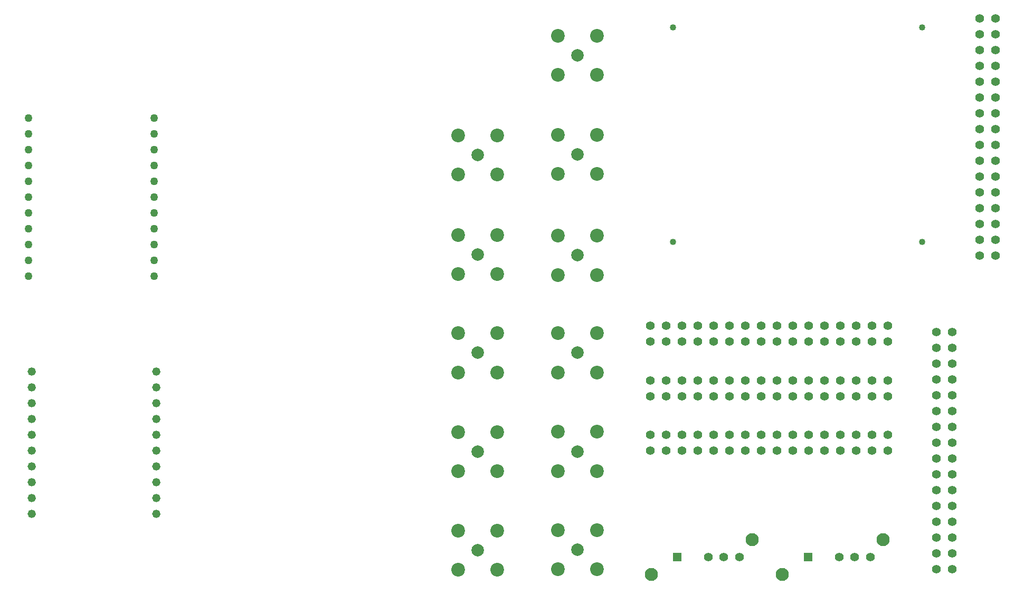
<source format=gbs>
%TF.GenerationSoftware,KiCad,Pcbnew,(6.0.8-1)-1*%
%TF.CreationDate,2022-11-17T19:15:12-05:00*%
%TF.ProjectId,HermEIS,4865726d-4549-4532-9e6b-696361645f70,rev?*%
%TF.SameCoordinates,Original*%
%TF.FileFunction,Soldermask,Bot*%
%TF.FilePolarity,Negative*%
%FSLAX46Y46*%
G04 Gerber Fmt 4.6, Leading zero omitted, Abs format (unit mm)*
G04 Created by KiCad (PCBNEW (6.0.8-1)-1) date 2022-11-17 19:15:12*
%MOMM*%
%LPD*%
G01*
G04 APERTURE LIST*
%ADD10C,2.000000*%
%ADD11C,2.200000*%
%ADD12C,1.016000*%
%ADD13C,1.397000*%
%ADD14C,1.270000*%
%ADD15C,1.320800*%
%ADD16R,1.408000X1.408000*%
%ADD17C,1.408000*%
%ADD18C,2.100000*%
G04 APERTURE END LIST*
D10*
%TO.C,J2*%
X107000000Y-57200000D03*
D11*
X103850000Y-60350000D03*
X110150000Y-60350000D03*
X110150000Y-54050000D03*
X103850000Y-54050000D03*
%TD*%
D10*
%TO.C,J7*%
X107000000Y-73200000D03*
D11*
X103850000Y-76350000D03*
X110150000Y-76350000D03*
X110150000Y-70050000D03*
X103850000Y-70050000D03*
%TD*%
D12*
%TO.C,J19*%
X138282000Y-36709750D03*
X138282000Y-71190250D03*
%TD*%
D13*
%TO.C,J18*%
X190032800Y-73355000D03*
X190032800Y-70815000D03*
X190032800Y-68275000D03*
X190032800Y-65735000D03*
X190032800Y-63195000D03*
X190032800Y-60655000D03*
X190032800Y-58115000D03*
X190032800Y-55575000D03*
X190032800Y-53035000D03*
X190032800Y-50495000D03*
X190032800Y-47955000D03*
X190032800Y-45415000D03*
X190032800Y-42875000D03*
X190032800Y-40335000D03*
X190032800Y-37795000D03*
X190032800Y-35255000D03*
X187492800Y-73355000D03*
X187492800Y-70815000D03*
X187492800Y-68275000D03*
X187492800Y-65735000D03*
X187492800Y-63195000D03*
X187492800Y-60655000D03*
X187492800Y-58115000D03*
X187492800Y-55575000D03*
X187492800Y-53035000D03*
X187492800Y-50495000D03*
X187492800Y-47955000D03*
X187492800Y-45415000D03*
X187492800Y-42875000D03*
X187492800Y-40335000D03*
X187492800Y-37795000D03*
X187492800Y-35255000D03*
%TD*%
%TO.C,J17*%
X183112800Y-123745000D03*
X183112800Y-121205000D03*
X183112800Y-118665000D03*
X183112800Y-116125000D03*
X183112800Y-113585000D03*
X183112800Y-111045000D03*
X183112800Y-108505000D03*
X183112800Y-105965000D03*
X183112800Y-103425000D03*
X183112800Y-100885000D03*
X183112800Y-98345000D03*
X183112800Y-95805000D03*
X183112800Y-93265000D03*
X183112800Y-90725000D03*
X183112800Y-88185000D03*
X183112800Y-85645000D03*
X180572800Y-123745000D03*
X180572800Y-121205000D03*
X180572800Y-118665000D03*
X180572800Y-116125000D03*
X180572800Y-113585000D03*
X180572800Y-111045000D03*
X180572800Y-108505000D03*
X180572800Y-105965000D03*
X180572800Y-103425000D03*
X180572800Y-100885000D03*
X180572800Y-98345000D03*
X180572800Y-95805000D03*
X180572800Y-93265000D03*
X180572800Y-90725000D03*
X180572800Y-88185000D03*
X180572800Y-85645000D03*
%TD*%
D14*
%TO.C,J16*%
X55115700Y-51255000D03*
X55115700Y-53795000D03*
X55115700Y-56335000D03*
X55115700Y-58875000D03*
X55115700Y-61415000D03*
X55115700Y-63955000D03*
X55115700Y-66495000D03*
X55115700Y-69035000D03*
X55115700Y-71575000D03*
X55115700Y-74115000D03*
X55115700Y-76655000D03*
%TD*%
D12*
%TO.C,J20*%
X178282000Y-36709750D03*
X178282000Y-71190250D03*
%TD*%
D10*
%TO.C,J6*%
X123000000Y-41200000D03*
D11*
X126150000Y-44350000D03*
X126150000Y-38050000D03*
X119850000Y-44350000D03*
X119850000Y-38050000D03*
%TD*%
D13*
%TO.C,J21*%
X134710000Y-95926133D03*
X137250000Y-95926133D03*
X139790000Y-95926133D03*
X142330000Y-95926133D03*
X144870000Y-95926133D03*
X147410000Y-95926133D03*
X149950000Y-95926133D03*
X152490000Y-95926133D03*
X155030000Y-95926133D03*
X157570000Y-95926133D03*
X160110000Y-95926133D03*
X162650000Y-95926133D03*
X165190000Y-95926133D03*
X167730000Y-95926133D03*
X170270000Y-95926133D03*
X172810000Y-95926133D03*
X134710000Y-93386133D03*
X137250000Y-93386133D03*
X139790000Y-93386133D03*
X142330000Y-93386133D03*
X144870000Y-93386133D03*
X147410000Y-93386133D03*
X149950000Y-93386133D03*
X152490000Y-93386133D03*
X155030000Y-93386133D03*
X157570000Y-93386133D03*
X160110000Y-93386133D03*
X162650000Y-93386133D03*
X165190000Y-93386133D03*
X167730000Y-93386133D03*
X170270000Y-93386133D03*
X172810000Y-93386133D03*
%TD*%
%TO.C,J22*%
X134710000Y-87142800D03*
X137250000Y-87142800D03*
X139790000Y-87142800D03*
X142330000Y-87142800D03*
X144870000Y-87142800D03*
X147410000Y-87142800D03*
X149950000Y-87142800D03*
X152490000Y-87142800D03*
X155030000Y-87142800D03*
X157570000Y-87142800D03*
X160110000Y-87142800D03*
X162650000Y-87142800D03*
X165190000Y-87142800D03*
X167730000Y-87142800D03*
X170270000Y-87142800D03*
X172810000Y-87142800D03*
X134710000Y-84602800D03*
X137250000Y-84602800D03*
X139790000Y-84602800D03*
X142330000Y-84602800D03*
X144870000Y-84602800D03*
X147410000Y-84602800D03*
X149950000Y-84602800D03*
X152490000Y-84602800D03*
X155030000Y-84602800D03*
X157570000Y-84602800D03*
X160110000Y-84602800D03*
X162650000Y-84602800D03*
X165190000Y-84602800D03*
X167730000Y-84602800D03*
X170270000Y-84602800D03*
X172810000Y-84602800D03*
%TD*%
D10*
%TO.C,J11*%
X123000000Y-120600000D03*
D11*
X126150000Y-117450000D03*
X119850000Y-117450000D03*
X119850000Y-123750000D03*
X126150000Y-123750000D03*
%TD*%
D10*
%TO.C,J5*%
X107010000Y-120680000D03*
D11*
X110160000Y-123830000D03*
X110160000Y-117530000D03*
X103860000Y-123830000D03*
X103860000Y-117530000D03*
%TD*%
D15*
%TO.C,J15*%
X55407500Y-91955000D03*
X55407500Y-94495000D03*
X55407500Y-97035000D03*
X55407500Y-99575000D03*
X55407500Y-102115000D03*
X55407500Y-104655000D03*
X55407500Y-107195000D03*
X55407500Y-109735000D03*
X55407500Y-112275000D03*
X55407500Y-114815000D03*
%TD*%
D10*
%TO.C,J10*%
X123000000Y-104820000D03*
D11*
X119850000Y-107970000D03*
X126150000Y-107970000D03*
X126150000Y-101670000D03*
X119850000Y-101670000D03*
%TD*%
D10*
%TO.C,J1*%
X123000000Y-57100000D03*
D11*
X119850000Y-53950000D03*
X119850000Y-60250000D03*
X126150000Y-53950000D03*
X126150000Y-60250000D03*
%TD*%
D10*
%TO.C,J8*%
X123000000Y-73300000D03*
D11*
X126150000Y-70150000D03*
X119850000Y-70150000D03*
X126150000Y-76450000D03*
X119850000Y-76450000D03*
%TD*%
D10*
%TO.C,J4*%
X107010000Y-104840000D03*
D11*
X103860000Y-107990000D03*
X110160000Y-107990000D03*
X103860000Y-101690000D03*
X110160000Y-101690000D03*
%TD*%
D10*
%TO.C,J3*%
X106990000Y-88970000D03*
D11*
X110140000Y-85820000D03*
X103840000Y-92120000D03*
X110140000Y-92120000D03*
X103840000Y-85820000D03*
%TD*%
D13*
%TO.C,J12*%
X134710000Y-104709466D03*
X137250000Y-104709466D03*
X139790000Y-104709466D03*
X142330000Y-104709466D03*
X144870000Y-104709466D03*
X147410000Y-104709466D03*
X149950000Y-104709466D03*
X152490000Y-104709466D03*
X155030000Y-104709466D03*
X157570000Y-104709466D03*
X160110000Y-104709466D03*
X162650000Y-104709466D03*
X165190000Y-104709466D03*
X167730000Y-104709466D03*
X170270000Y-104709466D03*
X172810000Y-104709466D03*
X134710000Y-102169466D03*
X137250000Y-102169466D03*
X139790000Y-102169466D03*
X142330000Y-102169466D03*
X144870000Y-102169466D03*
X147410000Y-102169466D03*
X149950000Y-102169466D03*
X152490000Y-102169466D03*
X155030000Y-102169466D03*
X157570000Y-102169466D03*
X160110000Y-102169466D03*
X162650000Y-102169466D03*
X165190000Y-102169466D03*
X167730000Y-102169466D03*
X170270000Y-102169466D03*
X172810000Y-102169466D03*
%TD*%
D14*
%TO.C,J14*%
X34910000Y-51255000D03*
X34910000Y-53795000D03*
X34910000Y-56335000D03*
X34910000Y-58875000D03*
X34910000Y-61415000D03*
X34910000Y-63955000D03*
X34910000Y-66495000D03*
X34910000Y-69035000D03*
X34910000Y-71575000D03*
X34910000Y-74115000D03*
X34910000Y-76655000D03*
%TD*%
D16*
%TO.C,S1*%
X159950000Y-121750000D03*
D17*
X164950000Y-121750000D03*
X167450000Y-121750000D03*
X169950000Y-121750000D03*
D18*
X155850000Y-124550000D03*
X172050000Y-118950000D03*
%TD*%
D15*
%TO.C,J13*%
X35420000Y-91955000D03*
X35420000Y-94495000D03*
X35420000Y-97035000D03*
X35420000Y-99575000D03*
X35420000Y-102115000D03*
X35420000Y-104655000D03*
X35420000Y-107195000D03*
X35420000Y-109735000D03*
X35420000Y-112275000D03*
X35420000Y-114815000D03*
%TD*%
D10*
%TO.C,J9*%
X123000000Y-88970000D03*
D11*
X126150000Y-85820000D03*
X126150000Y-92120000D03*
X119850000Y-92120000D03*
X119850000Y-85820000D03*
%TD*%
D16*
%TO.C,S2*%
X138950000Y-121750000D03*
D17*
X143950000Y-121750000D03*
X146450000Y-121750000D03*
X148950000Y-121750000D03*
D18*
X134850000Y-124550000D03*
X151050000Y-118950000D03*
%TD*%
M02*

</source>
